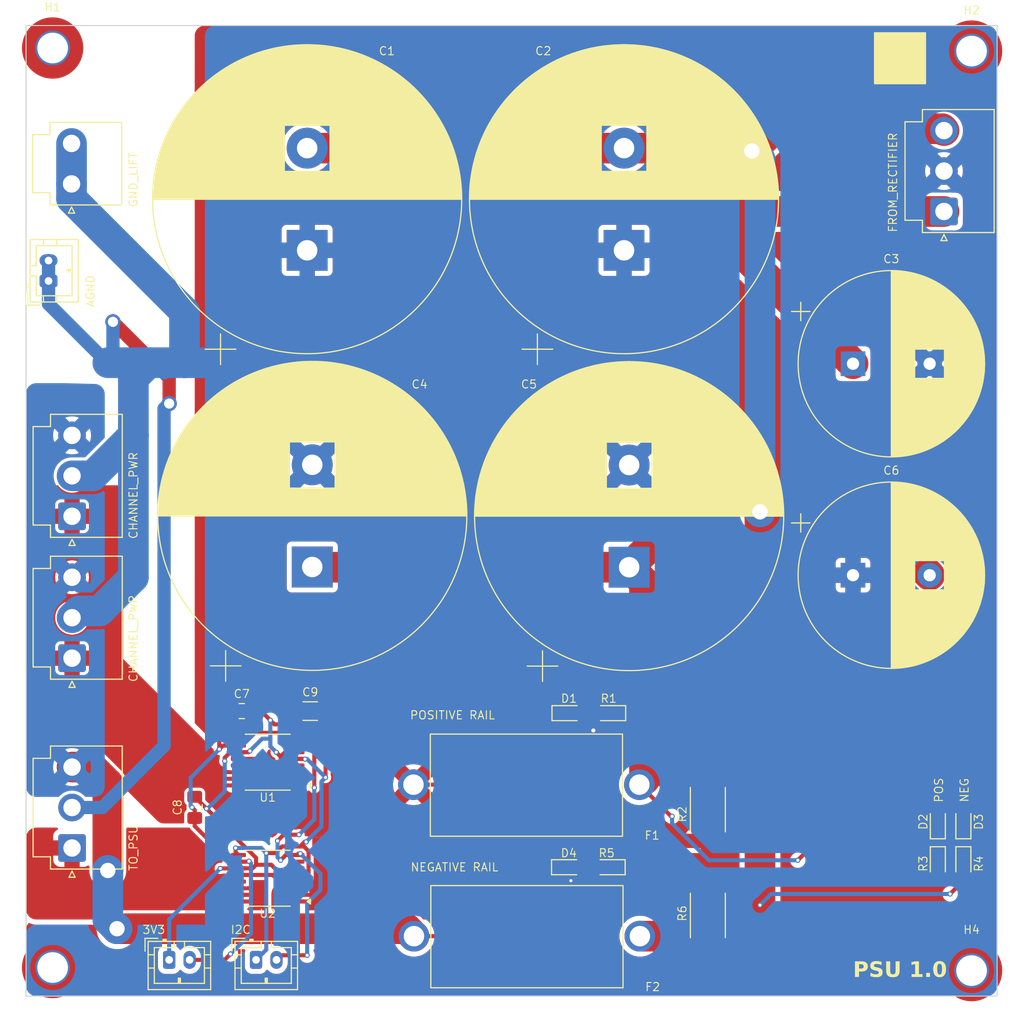
<source format=kicad_pcb>
(kicad_pcb (version 20240108) (generator "pcbnew") (generator_version "8.0")
  (layers (0 "F.Cu" signal) (31 "B.Cu" signal) (34 "B.Paste" user) (35 "F.Paste" user) (36 "B.SilkS" user "B.Silkscreen") (37 "F.SilkS" user "F.Silkscreen") (38 "B.Mask" user) (39 "F.Mask" user) (44 "Edge.Cuts" user))
  (net 0 "")
  (net 1 "PGND")
  (net 2 "Net-(D3-K)")
  (net 3 "Net-(D4-K)")
  (net 4 "VP1")
  (net 5 "VM1")
  (net 6 "VPOUT")
  (net 8 "SDA")
  (net 9 "SCL")
  (net 10 "3V3")
  (net 12 "GND")
  (net 13 "VPOUT_PSU")
  (net 14 "VPOUT_CHAN")
  (net 15 "VNOUT")
  (net 16 "Net-(D1-K)")
  (net 17 "Net-(D2-K)")
  (footprint "Capacitor_THT:CP_Radial_D18.0mm_P7.50mm" (layer "F.Cu") (at 224.4 77.1)
    (property "Reference" "C3" (at 3.75 -10.25 0) (layer "F.SilkS") (effects (font (size 0.8 0.8) (thickness 0.1))))
    (property "Value" "3300u 50V")
    (pad "1" thru_hole rect (at 0 0) (size 2.4 2.4) (drill 1.2) (layers "*.Cu" "*.Mask") (net 4 "VP1"))
    (pad "2" thru_hole circle (at 7.5 0) (size 2.4 2.4) (drill 1.2) (layers "*.Cu" "*.Mask") (net 1 "PGND"))
  )
  (footprint "MountingHole:MountingHole_3mm_Pad_TopOnly" (layer "F.Cu") (at 236 46.5)
    (property "Reference" "H2" (at 0 -4 0) (layer "F.SilkS") (effects (font (size 0.8 0.8) (thickness 0.1))))
    (property "Value" "MountingHole")
    (pad "1" thru_hole circle (at 0 0) (size 3.4 3.4) (drill 3) (layers "*.Cu" "*.Mask"))
    (pad "1" connect circle (at 0 0) (size 6 6) (layers "F.Cu" "F.Mask"))
  )
  (footprint "LED_SMD:LED_0603_1608Metric_Pad1.05x0.95mm_HandSolder" (layer "F.Cu") (at 232.7 121.9375 90)
    (property "Reference" "D2" (at 0 -1.43 90) (layer "F.SilkS") (effects (font (size 0.8 0.8) (thickness 0.1))))
    (property "Value" "YELLOW")
    (pad "1" smd roundrect (at -0.875 0 90) (size 1.05 0.95) (layers "F.Cu" "F.Paste" "F.Mask") (net 17 "Net-(D2-K)"))
    (pad "2" smd roundrect (at 0.875 0 90) (size 1.05 0.95) (layers "F.Cu" "F.Paste" "F.Mask") (net 4 "VP1"))
  )
  (footprint "Capacitor_THT:CP_Radial_D30.0mm_P10.00mm_SnapIn" (layer "F.Cu") (at 202.5 97.017934 90)
    (property "Reference" "C5" (at 17.9 -9.8 0) (layer "F.SilkS") (effects (font (size 0.8 0.8) (thickness 0.1))))
    (property "Value" "15000U")
    (pad "1" thru_hole rect (at 0 0 90) (size 4 4) (drill 2) (layers "*.Cu" "*.Mask") (net 4 "VP1"))
    (pad "2" thru_hole circle (at 10 0 90) (size 4 4) (drill 2) (layers "*.Cu" "*.Mask") (net 1 "PGND"))
  )
  (footprint "Connector_JST:JST_VH_B3P-VH_1x03_P3.96mm_Vertical" (layer "F.Cu") (at 148 92.0325 90)
    (property "Reference" "J4" (hide yes))
    (property "Value" "Conn_01x03_Male")
    (pad "1" thru_hole roundrect (at 0 0 90) (size 2.7 2.7) (drill 1.7) (layers "*.Cu" "*.Mask") (roundrect_rratio 0.09259296296) (net 14 "VPOUT_CHAN"))
    (pad "2" thru_hole circle (at 3.96 0 90) (size 2.7 2.7) (drill 1.7) (layers "*.Cu" "*.Mask") (net 1 "PGND"))
    (pad "3" thru_hole circle (at 7.92 0 90) (size 2.7 2.7) (drill 1.7) (layers "*.Cu" "*.Mask") (net 15 "VNOUT"))
  )
  (footprint "LED_SMD:LED_0603_1608Metric_Pad1.05x0.95mm_HandSolder" (layer "F.Cu") (at 200.45 126.38 180)
    (property "Reference" "R5" (at 0.15 1.38 0) (layer "F.SilkS") (effects (font (size 0.8 0.8) (thickness 0.1))))
    (property "Value" "16K")
    (pad "1" smd roundrect (at -0.875 0 180) (size 1.05 0.95) (layers "F.Cu" "F.Paste" "F.Mask") (net 3 "Net-(D4-K)"))
    (pad "2" smd roundrect (at 0.875 0 180) (size 1.05 0.95) (layers "F.Cu" "F.Paste" "F.Mask") (net 15 "VNOUT"))
  )
  (footprint "Connector_JST:JST_PH_B2B-PH-K_1x02_P2.00mm_Vertical" (layer "F.Cu") (at 157.5 135.45)
    (property "Reference" "J7" (hide yes))
    (property "Value" "Conn_01x02_Pin")
    (pad "1" thru_hole roundrect (at 0 0) (size 1.2 1.75) (drill 0.75) (layers "*.Cu" "*.Mask") (roundrect_rratio 0.208333) (net 12 "GND"))
    (pad "2" thru_hole oval (at 2 0) (size 1.2 1.75) (drill 0.75) (layers "*.Cu" "*.Mask") (net 10 "3V3"))
  )
  (footprint "MountingHole:MountingHole_3mm_Pad_TopOnly" (layer "F.Cu") (at 146.1 136.2)
    (property "Reference" "H3" (hide yes))
    (property "Value" "MountingHole")
    (pad "1" thru_hole circle (at 0 0) (size 3.4 3.4) (drill 3) (layers "*.Cu" "*.Mask"))
    (pad "1" connect circle (at 0 0) (size 6 6) (layers "F.Cu" "F.Mask"))
  )
  (footprint "Resistor_SMD:R_2512_6332Metric_Pad1.40x3.35mm_HandSolder" (layer "F.Cu") (at 210.2 120.75 -90)
    (property "Reference" "R2" (at 0.45 2.5 90) (layer "F.SilkS") (effects (font (size 0.8 0.8) (thickness 0.1))))
    (property "Value" "1.5K 2W")
    (pad "1" smd roundrect (at -3.05 0 270) (size 1.4 3.35) (layers "F.Cu" "F.Paste" "F.Mask") (roundrect_rratio 0.178571) (net 4 "VP1"))
    (pad "2" smd roundrect (at 3.05 0 270) (size 1.4 3.35) (layers "F.Cu" "F.Paste" "F.Mask") (roundrect_rratio 0.178571) (net 1 "PGND"))
  )
  (footprint "Capacitor_THT:CP_Radial_D30.0mm_P10.00mm_SnapIn" (layer "F.Cu") (at 202 66 90)
    (property "Reference" "C2" (at 19.505 -7.9 0) (layer "F.SilkS") (effects (font (size 0.8 0.8) (thickness 0.1))))
    (property "Value" "15000U")
    (pad "1" thru_hole rect (at 0 0 90) (size 4 4) (drill 2) (layers "*.Cu" "*.Mask") (net 1 "PGND"))
    (pad "2" thru_hole circle (at 10 0 90) (size 4 4) (drill 2) (layers "*.Cu" "*.Mask") (net 5 "VM1"))
  )
  (footprint "Package_SO:TSSOP-16_4.4x5mm_P0.65mm" (layer "F.Cu") (at 167.1375 127.4625 180)
    (property "Reference" "U2" (at 0 -3.45 0) (layer "F.SilkS") (effects (font (size 0.8 0.8) (thickness 0.1))))
    (property "Value" "INA260")
    (pad "1" smd roundrect (at -2.8625 -2.275 180) (size 1.475 0.4) (layers "F.Cu" "F.Paste" "F.Mask") (net 6 "VPOUT"))
    (pad "2" smd roundrect (at -2.8625 -1.625 180) (size 1.475 0.4) (layers "F.Cu" "F.Paste" "F.Mask") (net 6 "VPOUT"))
    (pad "3" smd roundrect (at -2.8625 -0.975 180) (size 1.475 0.4) (layers "F.Cu" "F.Paste" "F.Mask") (net 6 "VPOUT"))
    (pad "4" smd roundrect (at -2.8625 -0.325 180) (size 1.475 0.4) (layers "F.Cu" "F.Paste" "F.Mask") (net 9 "SCL"))
    (pad "5" smd roundrect (at -2.8625 0.325 180) (size 1.475 0.4) (layers "F.Cu" "F.Paste" "F.Mask") (net 12 "GND"))
    (pad "6" smd roundrect (at -2.8625 0.975 180) (size 1.475 0.4) (layers "F.Cu" "F.Paste" "F.Mask") (net 12 "GND"))
    (pad "7" smd roundrect (at -2.8625 1.625 180) (size 1.475 0.4) (layers "F.Cu" "F.Paste" "F.Mask"))
    (pad "8" smd roundrect (at -2.8625 2.275 180) (size 1.475 0.4) (layers "F.Cu" "F.Paste" "F.Mask") (net 8 "SDA"))
    (pad "9" smd roundrect (at 2.8625 2.275 180) (size 1.475 0.4) (layers "F.Cu" "F.Paste" "F.Mask") (net 9 "SCL"))
    (pad "10" smd roundrect (at 2.8625 1.625 180) (size 1.475 0.4) (layers "F.Cu" "F.Paste" "F.Mask") (net 10 "3V3"))
    (pad "11" smd roundrect (at 2.8625 0.975 180) (size 1.475 0.4) (layers "F.Cu" "F.Paste" "F.Mask") (net 12 "GND"))
    (pad "12" smd roundrect (at 2.8625 0.325 180) (size 1.475 0.4) (layers "F.Cu" "F.Paste" "F.Mask") (net 6 "VPOUT"))
    (pad "13" smd roundrect (at 2.8625 -0.325 180) (size 1.475 0.4) (layers "F.Cu" "F.Paste" "F.Mask"))
    (pad "14" smd roundrect (at 2.8625 -0.975 180) (size 1.475 0.4) (layers "F.Cu" "F.Paste" "F.Mask") (net 13 "VPOUT_PSU"))
    (pad "15" smd roundrect (at 2.8625 -1.625 180) (size 1.475 0.4) (layers "F.Cu" "F.Paste" "F.Mask") (net 13 "VPOUT_PSU"))
    (pad "16" smd roundrect (at 2.8625 -2.275 180) (size 1.475 0.4) (layers "F.Cu" "F.Paste" "F.Mask") (net 13 "VPOUT_PSU"))
  )
  (footprint "Connector_JST:JST_VH_B3P-VH_1x03_P3.96mm_Vertical" (layer "F.Cu") (at 148 124.5 90)
    (property "Reference" "J6" (hide yes))
    (property "Value" "Conn_01x03_Male")
    (pad "1" thru_hole roundrect (at 0 0 90) (size 2.7 2.7) (drill 1.7) (layers "*.Cu" "*.Mask") (roundrect_rratio 0.09259296296) (net 13 "VPOUT_PSU"))
    (pad "2" thru_hole circle (at 3.96 0 90) (size 2.7 2.7) (drill 1.7) (layers "*.Cu" "*.Mask") (net 1 "PGND"))
    (pad "3" thru_hole circle (at 7.92 0 90) (size 2.7 2.7) (drill 1.7) (layers "*.Cu" "*.Mask") (net 15 "VNOUT"))
  )
  (footprint "LED_SMD:LED_0603_1608Metric_Pad1.05x0.95mm_HandSolder" (layer "F.Cu") (at 196.6125 111.3)
    (property "Reference" "D1" (at 0 -1.43 0) (layer "F.SilkS") (effects (font (size 0.8 0.8) (thickness 0.1))))
    (property "Value" "YELLOW")
    (pad "1" smd roundrect (at -0.875 0) (size 1.05 0.95) (layers "F.Cu" "F.Paste" "F.Mask") (net 16 "Net-(D1-K)"))
    (pad "2" smd roundrect (at 0.875 0) (size 1.05 0.95) (layers "F.Cu" "F.Paste" "F.Mask") (net 6 "VPOUT"))
  )
  (footprint "LED_SMD:LED_0603_1608Metric_Pad1.05x0.95mm_HandSolder" (layer "F.Cu") (at 235.2 126.0375 -90)
    (property "Reference" "R4" (at 0 -1.5 90) (layer "F.SilkS") (effects (font (size 0.8 0.8) (thickness 0.1))))
    (property "Value" "16K")
    (pad "1" smd roundrect (at -0.875 0 270) (size 1.05 0.95) (layers "F.Cu" "F.Paste" "F.Mask") (net 2 "Net-(D3-K)"))
    (pad "2" smd roundrect (at 0.875 0 270) (size 1.05 0.95) (layers "F.Cu" "F.Paste" "F.Mask") (net 5 "VM1"))
  )
  (footprint "LED_SMD:LED_0603_1608Metric_Pad1.05x0.95mm_HandSolder" (layer "F.Cu") (at 235.2 121.9375 90)
    (property "Reference" "D3" (at 0 1.5 90) (layer "F.SilkS") (effects (font (size 0.8 0.8) (thickness 0.1))))
    (property "Value" "BLUE")
    (pad "1" smd roundrect (at -0.875 0 90) (size 1.05 0.95) (layers "F.Cu" "F.Paste" "F.Mask") (net 2 "Net-(D3-K)"))
    (pad "2" smd roundrect (at 0.875 0 90) (size 1.05 0.95) (layers "F.Cu" "F.Paste" "F.Mask") (net 1 "PGND"))
  )
  (footprint "Capacitor_SMD:C_0805_2012Metric_Pad1.18x1.45mm_HandSolder" (layer "F.Cu") (at 164.6 111.1)
    (property "Reference" "C7" (at 0 -1.68 0) (layer "F.SilkS") (effects (font (size 0.8 0.8) (thickness 0.1))))
    (property "Value" "0.1u")
    (pad "1" smd roundrect (at -1.0375 0) (size 1.175 1.45) (layers "F.Cu" "F.Paste" "F.Mask") (roundrect_rratio 0.212766) (net 10 "3V3"))
    (pad "2" smd roundrect (at 1.0375 0) (size 1.175 1.45) (layers "F.Cu" "F.Paste" "F.Mask") (roundrect_rratio 0.212766) (net 12 "GND"))
  )
  (footprint "Connector_JST:JST_PH_B2B-PH-K_1x02_P2.00mm_Vertical" (layer "F.Cu") (at 145.7 69 90)
    (property "Reference" "J3" (hide yes))
    (property "Value" "Conn_01x02_Pin")
    (pad "1" thru_hole roundrect (at 0 0 90) (size 1.2 1.75) (drill 0.75) (layers "*.Cu" "*.Mask") (roundrect_rratio 0.208333) (net 1 "PGND"))
    (pad "2" thru_hole oval (at 2 0 90) (size 1.2 1.75) (drill 0.75) (layers "*.Cu" "*.Mask") (net 1 "PGND"))
  )
  (footprint "LED_SMD:LED_0603_1608Metric_Pad1.05x0.95mm_HandSolder" (layer "F.Cu") (at 196.5675 126.38)
    (property "Reference" "D4" (at 0.0325 -1.38 0) (layer "F.SilkS") (effects (font (size 0.8 0.8) (thickness 0.1))))
    (property "Value" "BLUE")
    (pad "1" smd roundrect (at -0.875 0) (size 1.05 0.95) (layers "F.Cu" "F.Paste" "F.Mask") (net 3 "Net-(D4-K)"))
    (pad "2" smd roundrect (at 0.875 0) (size 1.05 0.95) (layers "F.Cu" "F.Paste" "F.Mask") (net 1 "PGND"))
  )
  (footprint "Capacitor_THT:CP_Radial_D30.0mm_P10.00mm_SnapIn" (layer "F.Cu") (at 171 66 90)
    (property "Reference" "C1" (at 19.505 7.8 0) (layer "F.SilkS") (effects (font (size 0.8 0.8) (thickness 0.1))))
    (property "Value" "15000U")
    (pad "1" thru_hole rect (at 0 0 90) (size 4 4) (drill 2) (layers "*.Cu" "*.Mask") (net 1 "PGND"))
    (pad "2" thru_hole circle (at 10 0 90) (size 4 4) (drill 2) (layers "*.Cu" "*.Mask") (net 5 "VM1"))
  )
  (footprint "Connector_JST:JST_PH_B2B-PH-K_1x02_P2.00mm_Vertical" (layer "F.Cu") (at 166 135.45)
    (property "Reference" "J8" (hide yes))
    (property "Value" "Conn_01x02_Male")
    (pad "1" thru_hole roundrect (at 0 0) (size 1.2 1.75) (drill 0.75) (layers "*.Cu" "*.Mask") (roundrect_rratio 0.208333) (net 9 "SCL"))
    (pad "2" thru_hole oval (at 2 0) (size 1.2 1.75) (drill 0.75) (layers "*.Cu" "*.Mask") (net 8 "SDA"))
  )
  (footprint "Connector_JST:JST_VH_B2P-VH-B_1x02_P3.96mm_Vertical" (layer "F.Cu") (at 147.95 59.5 90)
    (property "Reference" "J1" (hide yes))
    (property "Value" "Conn_01x02_Male")
    (pad "1" thru_hole roundrect (at 0 0 90) (size 2.7 2.7) (drill 1.7) (layers "*.Cu" "*.Mask") (roundrect_rratio 0.092593) (net 1 "PGND"))
    (pad "2" thru_hole circle (at 3.96 0 90) (size 2.7 2.7) (drill 1.7) (layers "*.Cu" "*.Mask") (net 1 "PGND"))
  )
  (footprint "Capacitor_SMD:C_0805_2012Metric_Pad1.18x1.45mm_HandSolder" (layer "F.Cu") (at 160 120.525 90)
    (property "Reference" "C8" (at 0 -1.68 90) (layer "F.SilkS") (effects (font (size 0.8 0.8) (thickness 0.1))))
    (property "Value" "0.1u")
    (pad "1" smd roundrect (at -1.0375 0 90) (size 1.175 1.45) (layers "F.Cu" "F.Paste" "F.Mask") (roundrect_rratio 0.212766) (net 10 "3V3"))
    (pad "2" smd roundrect (at 1.0375 0 90) (size 1.175 1.45) (layers "F.Cu" "F.Paste" "F.Mask") (roundrect_rratio 0.212766) (net 12 "GND"))
  )
  (footprint "Custom:Aliexpress Fuse 5x20" (layer "F.Cu") (at 192.45 120.85 180)
    (property "Reference" "F1" (at -12.3 -2.42 0) (layer "F.SilkS") (effects (font (size 0.8 0.8) (thickness 0.1))))
    (property "Value" "Fuse_Small")
    (pad "1" thru_hole circle (at -11.05 2.55 180) (size 3 3) (drill 2) (layers "*.Cu" "*.Mask") (net 4 "VP1"))
    (pad "2" thru_hole circle (at 11.05 2.55 180) (size 3 3) (drill 2) (layers "*.Cu" "*.Mask") (net 6 "VPOUT"))
  )
  (footprint "Capacitor_THT:CP_Radial_D18.0mm_P7.50mm" (layer "F.Cu") (at 224.4 97.8)
    (property "Reference" "C6" (at 3.75 -10.25 0) (layer "F.SilkS") (effects (font (size 0.8 0.8) (thickness 0.1))))
    (property "Value" "3300u 50V")
    (pad "1" thru_hole rect (at 0 0) (size 2.4 2.4) (drill 1.2) (layers "*.Cu" "*.Mask") (net 1 "PGND"))
    (pad "2" thru_hole circle (at 7.5 0) (size 2.4 2.4) (drill 1.2) (layers "*.Cu" "*.Mask") (net 5 "VM1"))
  )
  (footprint "Connector_JST:JST_VH_B3P-VH_1x03_P3.96mm_Vertical" (layer "F.Cu") (at 148 105.92 90)
    (property "Reference" "J5" (hide yes))
    (property "Value" "Conn_01x03_Male")
    (pad "1" thru_hole roundrect (at 0 0 90) (size 2.7 2.7) (drill 1.7) (layers "*.Cu" "*.Mask") (roundrect_rratio 0.09259296296) (net 14 "VPOUT_CHAN"))
    (pad "2" thru_hole circle (at 3.96 0 90) (size 2.7 2.7) (drill 1.7) (layers "*.Cu" "*.Mask") (net 1 "PGND"))
    (pad "3" thru_hole circle (at 7.92 0 90) (size 2.7 2.7) (drill 1.7) (layers "*.Cu" "*.Mask") (net 15 "VNOUT"))
  )
  (footprint "Resistor_SMD:R_2512_6332Metric_Pad1.40x3.35mm_HandSolder" (layer "F.Cu") (at 210.2 131.1 -90)
    (property "Reference" "R6" (at -0.2 2.5 90) (layer "F.SilkS") (effects (font (size 0.8 0.8) (thickness 0.1))))
    (property "Value" "1.5K 2W")
    (pad "1" smd roundrect (at -3.05 0 270) (size 1.4 3.35) (layers "F.Cu" "F.Paste" "F.Mask") (roundrect_rratio 0.178571) (net 1 "PGND"))
    (pad "2" smd roundrect (at 3.05 0 270) (size 1.4 3.35) (layers "F.Cu" "F.Paste" "F.Mask") (roundrect_rratio 0.178571) (net 5 "VM1"))
  )
  (footprint "MountingHole:MountingHole_3mm_Pad_TopOnly" (layer "F.Cu") (at 236 136.5)
    (property "Reference" "H4" (at 0 -4 0) (layer "F.SilkS") (effects (font (size 0.8 0.8) (thickness 0.1))))
    (property "Value" "MountingHole")
    (pad "1" thru_hole circle (at 0 0) (size 3.4 3.4) (drill 3) (layers "*.Cu" "*.Mask"))
    (pad "1" connect circle (at 0 0) (size 6 6) (layers "F.Cu" "F.Mask"))
  )
  (footprint "Capacitor_SMD:C_1206_3216Metric_Pad1.33x1.80mm_HandSolder" (layer "F.Cu") (at 171.3 111.1)
    (property "Reference" "C9" (at 0 -1.85 0) (layer "F.SilkS") (effects (font (size 0.8 0.8) (thickness 0.1))))
    (property "Value" "10u")
    (pad "1" smd roundrect (at -1.5625 0) (size 1.325 1.8) (layers "F.Cu" "F.Paste" "F.Mask") (roundrect_rratio 0.188679) (net 10 "3V3"))
    (pad "2" smd roundrect (at 1.5625 0) (size 1.325 1.8) (layers "F.Cu" "F.Paste" "F.Mask") (roundrect_rratio 0.188679) (net 12 "GND"))
  )
  (footprint "Connector_JST:JST_VH_B3P-VH_1x03_P3.96mm_Vertical" (layer "F.Cu") (at 233.3 62.2 90)
    (property "Reference" "J2" (hide yes))
    (property "Value" "Conn_01x03_Male")
    (pad "1" thru_hole roundrect (at 0 0 90) (size 2.7 2.7) (drill 1.7) (layers "*.Cu" "*.Mask") (roundrect_rratio 0.092593) (net 4 "VP1"))
    (pad "2" thru_hole circle (at 3.96 0 90) (size 2.7 2.7) (drill 1.7) (layers "*.Cu" "*.Mask") (net 1 "PGND"))
    (pad "3" thru_hole circle (at 7.92 0 90) (size 2.7 2.7) (drill 1.7) (layers "*.Cu" "*.Mask") (net 5 "VM1"))
  )
  (footprint "Custom:Aliexpress Fuse 5x20" (layer "F.Cu") (at 192.5 135.68 180)
    (property "Reference" "F2" (at -12.3 -2.42 0) (layer "F.SilkS") (effects (font (size 0.8 0.8) (thickness 0.1))))
    (property "Value" "Fuse_Small")
    (pad "1" thru_hole circle (at -11.05 2.55 180) (size 3 3) (drill 2) (layers "*.Cu" "*.Mask") (net 5 "VM1"))
    (pad "2" thru_hole circle (at 11.05 2.55 180) (size 3 3) (drill 2) (layers "*.Cu" "*.Mask") (net 15 "VNOUT"))
  )
  (footprint "LED_SMD:LED_0603_1608Metric_Pad1.05x0.95mm_HandSolder" (layer "F.Cu") (at 200.5 111.3 180)
    (property "Reference" "R1" (at 0 1.43 0) (layer "F.SilkS") (effects (font (size 0.8 0.8) (thickness 0.1))))
    (property "Value" "16K")
    (pad "1" smd roundrect (at -0.875 0 180) (size 1.05 0.95) (layers "F.Cu" "F.Paste" "F.Mask") (net 16 "Net-(D1-K)"))
    (pad "2" smd roundrect (at 0.875 0 180) (size 1.05 0.95) (layers "F.Cu" "F.Paste" "F.Mask") (net 1 "PGND"))
  )
  (footprint "Package_SO:TSSOP-16_4.4x5mm_P0.65mm" (layer "F.Cu") (at 167.1375 116.1 180)
    (property "Reference" "U1" (at 0 -3.45 0) (layer "F.SilkS") (effects (font (size 0.8 0.8) (thickness 0.1))))
    (property "Value" "INA260")
    (pad "1" smd roundrect (at -2.8625 -2.275 180) (size 1.475 0.4) (layers "F.Cu" "F.Paste" "F.Mask") (net 6 "VPOUT"))
    (pad "2" smd roundrect (at -2.8625 -1.625 180) (size 1.475 0.4) (layers "F.Cu" "F.Paste" "F.Mask") (net 6 "VPOUT"))
    (pad "3" smd roundrect (at -2.8625 -0.975 180) (size 1.475 0.4) (layers "F.Cu" "F.Paste" "F.Mask") (net 6 "VPOUT"))
    (pad "4" smd roundrect (at -2.8625 -0.325 180) (size 1.475 0.4) (layers "F.Cu" "F.Paste" "F.Mask") (net 12 "GND"))
    (pad "5" smd roundrect (at -2.8625 0.325 180) (size 1.475 0.4) (layers "F.Cu" "F.Paste" "F.Mask") (net 9 "SCL"))
    (pad "6" smd roundrect (at -2.8625 0.975 180) (size 1.475 0.4) (layers "F.Cu" "F.Paste" "F.Mask") (net 12 "GND"))
    (pad "7" smd roundrect (at -2.8625 1.625 180) (size 1.475 0.4) (layers "F.Cu" "F.Paste" "F.Mask"))
    (pad "8" smd roundrect (at -2.8625 2.275 180) (size 1.475 0.4) (layers "F.Cu" "F.Paste" "F.Mask") (net 8 "SDA"))
    (pad "9" smd roundrect (at 2.8625 2.275 180) (size 1.475 0.4) (layers "F.Cu" "F.Paste" "F.Mask") (net 9 "SCL"))
    (pad "10" smd roundrect (at 2.8625 1.625 180) (size 1.475 0.4) (layers "F.Cu" "F.Paste" "F.Mask") (net 10 "3V3"))
    (pad "11" smd roundrect (at 2.8625 0.975 180) (size 1.475 0.4) (layers "F.Cu" "F.Paste" "F.Mask") (net 12 "GND"))
    (pad "12" smd roundrect (at 2.8625 0.325 180) (size 1.475 0.4) (layers "F.Cu" "F.Paste" "F.Mask") (net 6 "VPOUT"))
    (pad "13" smd roundrect (at 2.8625 -0.325 180) (size 1.475 0.4) (layers "F.Cu" "F.Paste" "F.Mask"))
    (pad "14" smd roundrect (at 2.8625 -0.975 180) (size 1.475 0.4) (layers "F.Cu" "F.Paste" "F.Mask") (net 14 "VPOUT_CHAN"))
    (pad "15" smd roundrect (at 2.8625 -1.625 180) (size 1.475 0.4) (layers "F.Cu" "F.Paste" "F.Mask") (net 14 "VPOUT_CHAN"))
    (pad "16" smd roundrect (at 2.8625 -2.275 180) (size 1.475 0.4) (layers "F.Cu" "F.Paste" "F.Mask") (net 14 "VPOUT_CHAN"))
  )
  (footprint "Capacitor_THT:CP_Radial_D30.0mm_P10.00mm_SnapIn" (layer "F.Cu") (at 171.5 96.995 90)
    (property "Reference" "C4" (at 17.877066 10.5 0) (layer "F.SilkS") (effects (font (size 0.8 0.8) (thickness 0.1))))
    (property "Value" "15000U")
    (pad "1" thru_hole rect (at 0 0 90) (size 4 4) (drill 2) (layers "*.Cu" "*.Mask") (net 4 "VP1"))
    (pad "2" thru_hole circle (at 10 0 90) (size 4 4) (drill 2) (layers "*.Cu" "*.Mask") (net 1 "PGND"))
  )
  (footprint "LED_SMD:LED_0603_1608Metric_Pad1.05x0.95mm_HandSolder" (layer "F.Cu") (at 232.7 126.0375 -90)
    (property "Reference" "R3" (at 0 1.43 90) (layer "F.SilkS") (effects (font (size 0.8 0.8) (thickness 0.1))))
    (property "Value" "16K")
    (pad "1" smd roundrect (at -0.875 0 270) (size 1.05 0.95) (layers "F.Cu" "F.Paste" "F.Mask") (net 17 "Net-(D2-K)"))
    (pad "2" smd roundrect (at 0.875 0 270) (size 1.05 0.95) (layers "F.Cu" "F.Paste" "F.Mask") (net 1 "PGND"))
  )
  (footprint "MountingHole:MountingHole_3mm_Pad_TopOnly" (layer "F.Cu") (at 146.1 46.2)
    (property "Reference" "H1" (at 0 -4 0) (layer "F.SilkS") (effects (font (size 0.8 0.8) (thickness 0.1))))
    (property "Value" "MountingHole")
    (pad "1" thru_hole circle (at 0 0) (size 3.4 3.4) (drill 3) (layers "*.Cu" "*.Mask"))
    (pad "1" connect circle (at 0 0) (size 6 6) (layers "F.Cu" "F.Mask"))
  )
  (gr_rect (start 226.5 44.7) (end 231.5 49.7) (stroke (width 0.1)) (fill solid) (layer "F.SilkS"))
  (gr_line (start 238.5 139) (end 143.5 139) (stroke (width 0.1)) (layer "Edge.Cuts"))
  (gr_line (start 238.5 44) (end 238.5 139) (stroke (width 0.1)) (layer "Edge.Cuts"))
  (gr_line (start 143.5 44) (end 238.5 44) (stroke (width 0.1)) (layer "Edge.Cuts"))
  (gr_line (start 143.5 44) (end 143.5 139) (stroke (width 0.1)) (layer "Edge.Cuts"))
  (gr_text "CHANNEL_PWR" (at 154 90 90) (layer "F.SilkS") (effects (font (size 0.8 0.8) (thickness 0.1))))
  (gr_text "PSU 1.0" (at 224.4 136.5 0) (layer "F.SilkS") (effects (font (size 1.5 1.5) (thickness 0.3) (bold yes)) (justify left)))
  (gr_text "AGND" (at 149.8 70 90) (layer "F.SilkS") (effects (font (size 0.8 0.8) (thickness 0.1))))
  (gr_text "TO_PSU" (at 154 124.5 90) (layer "F.SilkS") (effects (font (size 0.8 0.8) (thickness 0.1))))
  (gr_text "3V3" (at 156 132.5 0) (layer "F.SilkS") (effects (font (size 0.8 0.8) (thickness 0.1))))
  (gr_text "I2C" (at 164.5 132.5 0) (layer "F.SilkS") (effects (font (size 0.8 0.8) (thickness 0.1))))
  (gr_text "POSITIVE RAIL" (at 181 111.5 0) (layer "F.SilkS") (effects (font (size 0.8 0.8) (thickness 0.1)) (justify left)))
  (gr_text "FROM_RECTIFIER" (at 228.3 64.3 90) (layer "F.SilkS") (effects (font (size 0.8 0.8) (thickness 0.1)) (justify left)))
  (gr_text "GND_LIFT" (at 154 59.1 90) (layer "F.SilkS") (effects (font (size 0.8 0.8) (thickness 0.1))))
  (gr_text "NEGATIVE RAIL" (at 181.066667 126.38 0) (layer "F.SilkS") (effects (font (size 0.8 0.8) (thickness 0.1)) (justify left)))
  (gr_text "POS" (at 232.8 118.8375 90) (layer "F.SilkS") (effects (font (size 0.8 0.8) (thickness 0.1))))
  (gr_text "CHANNEL_PWR" (at 154 104 90) (layer "F.SilkS") (effects (font (size 0.8 0.8) (thickness 0.1))))
  (gr_text "NEG\n" (at 235.3 118.8375 90) (layer "F.SilkS") (effects (font (size 0.8 0.8) (thickness 0.1))))
  (segment (start 199.5 111.3) (end 199.5 112.5) (width 0.4) (layer "F.Cu") (net 1))
  (segment (start 157.5 81) (end 157.5 78.5) (width 1.3) (layer "F.Cu") (net 1))
  (segment (start 157.5 78.5) (end 152 73) (width 1.3) (layer "F.Cu") (net 1))
  (segment (start 197.4425 127.0575) (end 196.8 127.7) (width 0.4) (layer "F.Cu") (net 1))
  (segment (start 199.5 112.5) (end 199 113) (width 0.4) (layer "F.Cu") (net 1))
  (segment (start 197.4425 126.38) (end 197.4425 127.0575) (width 0.4) (layer "F.Cu") (net 1))
  (via (at 196.8 127.7) (size 0.5) (drill 0.3) (layers "F.Cu" "B.Cu") (net 1))
  (via (at 199 113) (size 0.8) (drill 0.4) (layers "F.Cu" "B.Cu") (net 1))
  (via (at 152 73) (size 1.5) (drill 1) (layers "F.Cu" "B.Cu") (net 1))
  (via (at 157.5 81) (size 1.5) (drill 1) (layers "F.Cu" "B.Cu") (net 1))
  (segment (start 155.5 77) (end 151.5 77) (width 3) (layer "B.Cu") (net 1))
  (segment (start 157 81.5) (end 157.5 81) (width 1.3) (layer "B.Cu") (net 1))
  (segment (start 159 77) (end 171.5 77) (width 3) (layer "B.Cu") (net 1))
  (segment (start 158 77) (end 159 77) (width 3) (layer "B.Cu") (net 1))
  (segment (start 148 120.54) (end 150.96 120.54) (width 1.3) (layer "B.Cu") (net 1))
  (segment (start 152 76.5) (end 151.5 77) (width 1.3) (layer "B.Cu") (net 1))
  (segment (start 154 78.5) (end 154 84.1) (width 3) (layer "B.Cu") (net 1))
  (segment (start 155.5 77) (end 158 77) (width 3) (layer "B.Cu") (net 1))
  (segment (start 151.45 77) (end 145.7 71.25) (width 1.3) (layer "B.Cu") (net 1))
  (segment (start 147.95 55.54) (end 147.95 59.5) (width 3) (layer "B.Cu") (net 1))
  (segment (start 148.66 101.3) (end 148 101.96) (width 3) (layer "B.Cu") (net 1))
  (segment (start 150.7 101.3) (end 148.66 101.3) (width 3) (layer "B.Cu") (net 1))
  (segment (start 151.5 77) (end 151.45 77) (width 1.3) (layer "B.Cu") (net 1))
  (segment (start 150.96 120.54) (end 157 114.5) (width 1.3) (layer "B.Cu") (net 1))
  (segment (start 154 98) (end 150.7 101.3) (width 3) (layer "B.Cu") (net 1))
  (segment (start 147.95 60.95) (end 159 72) (width 3) (layer "B.Cu") (net 1))
  (segment (start 147.95 59.5) (end 147.95 60.95) (width 3) (layer "B.Cu") (net 1))
  (segment (start 145.7 71.25) (end 145.7 67) (width 1.3) (layer "B.Cu") (net 1))
  (segment (start 152 73) (end 152 76.5) (width 1.3) (layer "B.Cu") (net 1))
  (segment (start 154 84.1) (end 154 98) (width 3) (layer "B.Cu") (net 1))
  (segment (start 157 78) (end 158 77) (width 1.3) (layer "B.Cu") (net 1))
  (segment (start 154 84.1) (end 150.0275 88.0725) (width 3) (layer "B.Cu") (net 1))
  (segment (start 150.0275 88.0725) (end 148 88.0725) (width 3) (layer "B.Cu") (net 1))
  (segment (start 157 114.5) (end 157 81.5) (width 1.3) (layer "B.Cu") (net 1))
  (segment (start 155.5 77) (end 154 78.5) (width 3) (layer "B.Cu") (net 1))
  (segment (start 159 72) (end 159 77) (width 3) (layer "B.Cu") (net 1))
  (segment (start 235.2 125.0375) (end 235.2 122.9625) (width 0.4) (layer "F.Cu") (net 2))
  (segment (start 196.5675 125.505) (end 195.6925 126.38) (width 0.4) (layer "F.Cu") (net 3))
  (segment (start 201.325 126.38) (end 200.45 125.505) (width 0.4) (layer "F.Cu") (net 3))
  (segment (start 200.45 125.505) (end 196.5675 125.505) (width 0.4) (layer "F.Cu") (net 3))
  (segment (start 212.35 65.05) (end 212.35 62.95) (width 3) (layer "F.Cu") (net 4))
  (segment (start 212.35 62.95) (end 206.4 68.9) (width 3) (layer "F.Cu") (net 4))
  (segment (start 230.675 122.9375) (end 221.7625 122.9375) (width 0.4) (layer "F.Cu") (net 4))
  (segment (start 209.2 117.8) (end 204 117.8) (width 1.3) (layer "F.Cu") (net 4))
  (segment (start 232.7 120.9125) (end 230.675 122.9375) (width 0.4) (layer "F.Cu") (net 4))
  (segment (start 206.4 68.9) (end 206.4 93.117934) (width 3) (layer "F.Cu") (net 4))
  (segment (start 213.1 62.2) (end 212.35 62.95) (width 3) (layer "F.Cu") (net 4))
  (segment (start 206.4 93.117934) (end 202.5 97.017934) (width 3) (layer "F.Cu") (net 4))
  (segment (start 202.5 97.017934) (end 204 98.517934) (width 3) (layer "F.Cu") (net 4))
  (segment (start 206.6 121.4) (end 206.7 121.4) (width 0.4) (layer "F.Cu") (net 4))
  (segment (start 221.7625 122.9375) (end 219 125.7) (width 0.4) (layer "F.Cu") (net 4))
  (segment (start 224.4 77.1) (end 212.35 65.05) (width 3) (layer "F.Cu") (net 4))
  (segment (start 202.5 97.017934) (end 171.522934 97.017934) (width 3) (layer "F.Cu") (net 4))
  (segment (start 204 98.517934) (end 204 117.8) (width 3) (layer "F.Cu") (net 4))
  (segment (start 233.3 62.2) (end 213.1 62.2) (width 3) (layer "F.Cu") (net 4))
  (segment (start 203.5 118.3) (end 206.6 121.4) (width 0.4) (layer "F.Cu") (net 4))
  (via (at 219 125.7) (size 0.5) (drill 0.3) (layers "F.Cu" "B.Cu") (net 4))
  (via (at 206.7 121.4) (size 0.5) (drill 0.3) (layers "F.Cu" "B.Cu") (net 4))
  (segment (start 210.3 125.7) (end 206.7 122.1) (width 0.4) (layer "B.Cu") (net 4))
  (segment (start 206.7 122.1) (end 206.7 121.4) (width 0.4) (layer "B.Cu") (net 4))
  (segment (start 219 125.7) (end 210.3 125.7) (width 0.4) (layer "B.Cu") (net 4))
  (segment (start 216.679996 54.1) (end 214.499998 56.279998) (width 3) (layer "F.Cu") (net 5))
  (segment (start 215.3 92.2) (end 215.3 130.092486) (width 3) (layer "F.Cu") (net 5))
  (segment (start 235.2 127.7) (end 233.9 129) (width 0.4) (layer "F.Cu") (net 5))
  (segment (start 214.22 56) (end 214.499998 56.279998) (width 3) (layer "F.Cu") (net 5))
  (segment (start 226.3 92.2) (end 215.3 92.2) (width 3) (layer "F.Cu") (net 5))
  (segment (start 233.3 54.28) (end 233.12 54.1) (width 3) (layer "F.Cu") (net 5))
  (segment (start 231.9 97.8) (end 226.3 92.2) (width 3) (layer "F.Cu") (net 5))
  (segment (start 235.2 127.0375) (end 235.2 127.7) (width 0.4) (layer "F.Cu") (net 5))
  (segment (start 215.3 130.092486) (end 212.262486 133.13) (width 3) (layer "F.Cu") (net 5))
  (segment (start 171 56) (end 202 56) (width 3) (layer "F.Cu") (net 5))
  (segment (start 233.12 54.1) (end 216.679996 54.1) (width 3) (layer "F.Cu") (net 5))
  (segment (start 202 56) (end 214.22 56) (width 3) (layer "F.Cu") (net 5))
  (segment (start 212.262486 133.13) (end 203.55 133.13) (width 3) (layer "F.Cu") (net 5))
  (via (at 215.3 130.092486) (size 0.5) (drill 0.3) (layers "F.Cu" "B.Cu") (net 5))
  (via (at 214.499998 56.279998) (size 3) (drill 1.5) (layers "F.Cu" "B.Cu") (net 5))
  (via (at 233.9 129) (size 0.5) (drill 0.3) (layers "F.Cu" "B.Cu") (net 5))
  (via (at 215.3 91.6) (size 3) (drill 1.5) (layers "F.Cu" "B.Cu") (net 5))
  (segment (start 216.392486 129) (end 215.3 130.092486) (width 0.4) (layer "B.Cu") (net 5))
  (segment (start 233.9 129) (end 216.392486 129) (width 0.4) (layer "B.Cu") (net 5))
  (segment (start 215.3 91.6) (end 215.3 57.08) (width 3) (layer "B.Cu") (net 5))
  (segment (start 215.3 57.08) (end 214.499998 56.279998) (width 3) (layer "B.Cu") (net 5))
  (segment (start 163.9 115.775) (end 166.775 115.775) (width 0.4) (layer "F.Cu") (net 6))
  (segment (start 168.9375 128.4375) (end 170 128.4375) (width 0.4) (layer "F.Cu") (net 6))
  (segment (start 190.220833 118.3) (end 197.220833 111.3) (width 0.4) (layer "F.Cu") (net 6))
  (segment (start 164.275 127.1375) (end 167.6375 127.1375) (width 0.4) (layer "F.Cu") (net 6))
  (segment (start 166.775 115.775) (end 167.3 116.3) (width 0.4) (layer "F.Cu") (net 6))
  (segment (start 167.6375 127.1375) (end 168.9375 128.4375) (width 0.4) (layer "F.Cu") (net 6))
  (segment (start 181.4 118.3) (end 190.220833 118.3) (width 0.4) (layer "F.Cu") (net 6))
  (segment (start 168.4 125.7) (end 168.9125 125.1875) (width 0.4) (layer "F.Cu") (net 8))
  (segment (start 170.1375 125.05) (end 170.329979 125.05) (width 0.4) (layer "F.Cu") (net 8))
  (segment (start 168.9125 125.1875) (end 170 125.1875) (width 0.4) (layer "F.Cu") (net 8))
  (segment (start 171 135) (end 168.45 135) (width 0.4) (layer "F.Cu") (net 8))
  (segment (start 170.2 123.2) (end 168.7 123.2) (width 0.4) (layer "F.Cu") (net 8))
  (segment (start 171.7 114.727622) (end 171.7 118.6) (width 0.4) (layer "F.Cu") (net 8))
  (segment (start 168.7 123.2) (end 168.1 123.8) (width 0.4) (layer "F.Cu") (net 8))
  (segment (start 170 113.825) (end 170.797378 113.825) (width 0.4) (layer "F.Cu") (net 8))
  (segment (start 170 125.1875) (end 170.1375 125.05) (width 0.4) (layer "F.Cu") (net 8))
  (segment (start 168.45 135) (end 168 135.45) (width 0.4) (layer "F.Cu") (net 8))
  (segment (start 170.797378 113.825) (end 171.7 114.727622) (width 0.4) (layer "F.Cu") (net 8))
  (via (at 170.329979 125.05) (size 0.5) (drill 0.3) (layers "F.Cu" "B.Cu") (net 8))
  (via (at 168.1 123.8) (size 0.5) (drill 0.3) (layers "F.Cu" "B.Cu") (net 8))
  (via (at 170.2 123.2) (size 0.5) (drill 0.3) (layers "F.Cu" "B.Cu") (net 8))
  (via (at 168.4 125.7) (size 0.5) (drill 0.3) (layers "F.Cu" "B.Cu") (net 8))
  (via (at 171.7 118.6) (size 0.5) (drill 0.3) (layers "F.Cu" "B.Cu") (net 8))
  (via (at 171 135) (size 0.5) (drill 0.3) (layers "F.Cu" "B.Cu") (net 8))
  (segment (start 172.3 127.020021) (end 172.3 128.6) (width 0.4) (layer "B.Cu") (net 8))
  (segment (start 170.2 123.2) (end 171.7 121.7) (width 0.4) (layer "B.Cu") (net 8))
  (segment (start 170.329979 125.05) (end 172.3 127.020021) (width 0.4) (layer "B.Cu") (net 8))
  (segment (start 171 129.9) (end 172.3 128.6) (width 0.4) (layer "B.Cu") (net 8))
  (segment (start 168.1 125.4) (end 168.4 125.7) (width 0.4) (layer "B.Cu") (net 8))
  (segment (start 171 135) (end 171 129.9) (width 0.4) (layer "B.Cu") (net 8))
  (segment (start 171.7 121.7) (end 171.7 118.6) (width 0.4) (layer "B.Cu") (net 8))
  (segment (start 168.1 123.8) (end 168.1 125.4) (width 0.4) (layer "B.Cu") (net 8))
  (segment (start 168.53995 124.35) (end 167.88995 125) (width 0.4) (layer "F.Cu") (net 9))
  (segment (start 164 124.5) (end 164 124.9125) (width 0.4) (layer "F.Cu") (net 9))
  (segment (start 170.684573 124.35) (end 170.3 124.35) (width 0.4) (layer "F.Cu") (net 9))
  (segment (start 170.75 123.9) (end 170.3 124.35) (width 0.4) (layer "F.Cu") (net 9))
  (segment (start 167.88995 125) (end 167 125) (width 0.4) (layer "F.Cu") (net 9))
  (segment (start 172.8 114.979094) (end 172.8 117.6) (width 0.4) (layer "F.Cu") (net 9))
  (segment (start 171.1375 124.802927) (end 170.684573 124.35) (width 0.4) (layer "F.Cu") (net 9))
  (segment (start 170.797378 127.7875) (end 171.1375 127.447378) (width 0.4) (layer "F.Cu") (net 9))
  (segment (start 169.625 115.775) (end 170.775 115.775) (width 0.4) (layer "F.Cu") (net 9))
  (segment (start 170.3 124.35) (end 168.53995 124.35) (width 0.4) (layer "F.Cu") (net 9))
  (segment (start 163.9 113.825) (end 164.5 113.225) (width 0.4) (layer "F.Cu") (net 9))
  (segment (start 164.5 113.225) (end 171.045906 113.225) (width 0.4) (layer "F.Cu") (net 9))
  (segment (start 170.775 115.775) (end 170.8 115.8) (width 0.4) (layer "F.Cu") (net 9))
  (segment (start 171.1375 127.447378) (end 171.1375 124.802927) (width 0.4) (layer "F.Cu") (net 9))
  (segment (start 171.045906 113.225) (end 172.8 114.979094) (width 0.4) (layer "F.Cu") (net 9))
  (segment (start 170 127.7875) (end 170.797378 127.7875) (width 0.4) (layer "F.Cu") (net 9))
  (segment (start 170.9 123.9) (end 170.75 123.9) (width 0.4) (layer "F.Cu") (net 9))
  (segment (start 164 124.9125) (end 164.275 125.1875) (width 0.4) (layer "F.Cu") (net 9))
  (via (at 170.9 123.9) (size 0.5) (drill 0.3) (layers "F.Cu" "B.Cu") (net 9))
  (via (at 164 124.5) (size 0.5) (drill 0.3) (layers "F.Cu" "B.Cu") (net 9))
  (via (at 172.8 117.6) (size 0.5) (drill 0.3) (layers "F.Cu" "B.Cu") (net 9))
  (via (at 167 125) (size 0.5) (drill 0.3) (layers "F.Cu" "B.Cu") (net 9))
  (via (at 170.8 115.8) (size 0.5) (drill 0.3) (layers "F.Cu" "B.Cu") (net 9))
  (segment (start 170.8 115.8) (end 171 115.8) (width 0.4) (layer "B.Cu") (net 9))
  (segment (start 172.4 122.4) (end 170.9 123.9) (width 0.4) (layer "B.Cu") (net 9))
  (segment (start 166.5 124.5) (end 164 124.5) (width 0.4) (layer "B.Cu") (net 9))
  (segment (start 167 134.45) (end 166 135.45) (width 0.4) (layer "B.Cu") (net 9))
  (segment (start 172.8 117.6) (end 172.4 118) (width 0.4) (layer "B.Cu") (net 9))
  (segment (start 167 125) (end 167 134.45) (width 0.4) (layer "B.Cu") (net 9))
  (segment (start 167 125) (end 166.5 124.5) (width 0.4) (layer "B.Cu") (net 9))
  (segment (start 171 115.8) (end 172.8 117.6) (width 0.4) (layer "B.Cu") (net 9))
  (segment (start 172.4 118) (end 172.4 122.4) (width 0.4) (layer "B.Cu") (net 9))
  (segment (start 163.5625 111.1) (end 162.40218 112.26032) (width 0.4) (layer "F.Cu") (net 10))
  (segment (start 169.7375 111.1) (end 168.6125 109.975) (width 0.4) (layer "F.Cu") (net 10))
  (segment (start 160 120.789102) (end 160 121.5625) (width 0.4) (layer "F.Cu") (net 10))
  (segment (start 160 122.357108) (end 160 121.5625) (width 0.4) (layer "F.Cu") (net 10))
  (segment (start 164.6875 109.975) (end 163.5625 111.1) (width 0.4) (layer "F.Cu") (net 10))
  (segment (start 159.735898 120.525) (end 160 120.789102) (width 0.4) (layer "F.Cu") (net 10))
  (segment (start 164.275 125.8375) (end 163.480392 125.8375) (width 0.4) (layer "F.Cu") (net 10))
  (segment (start 165.268368 125.8375) (end 165.314209 125.791659) (width 0.4) (layer "F.Cu") (net 10))
  (segment (start 168.6125 109.975) (end 164.6875 109.975) (width 0.4) (layer "F.Cu") (net 10))
  (segment (start 163.480392 125.8375) (end 160 122.357108) (width 0.4) (layer "F.Cu") (net 10))
  (segment (start 162.925 135.45) (end 163.5 134.875) (width 0.4) (layer "F.Cu") (net 10))
  (segment (start 162.40218 112.26032) (end 162.40218 114.835492) (width 0.4) (layer "F.Cu") (net 10))
  (segment (start 162.762672 114.475) (end 162.40218 114.835492) (width 0.4) (layer "F.Cu") (net 10))
  (segment (start 163.9 114.475) (end 162.762672 114.475) (width 0.4) (layer "F.Cu") (net 10))
  (segment (start 164.275 125.8375) (end 165.268368 125.8375) (width 0.4) (layer "F.Cu") (net 10))
  (segment (start 159.5 135.45) (end 162.925 135.45) (width 0.4) (layer "F.Cu") (net 10))
  (via (at 162.40218 114.835492) (size 0.5) (drill 0.3) (layers "F.Cu" "B.Cu") (net 10))
  (via (at 163.5 134.875) (size 0.5) (drill 0.3) (layers "F.Cu" "B.Cu") (net 10))
  (via (at 159.735898 120.525) (size 0.5) (drill 0.3) (layers "F.Cu" "B.Cu") (net 10))
  (via (at 165.314209 125.791659) (size 0.5) (drill 0.3) (layers "F.Cu" "B.Cu") (net 10))
  (segment (start 159.735898 120.525) (end 159.6 120.389102) (width 0.4) (layer "B.Cu") (net 10))
  (segment (start 165.5 132.875) (end 165.5 125.97745) (width 0.4) (layer "B.Cu") (net 10))
  (segment (start 159.6 120.389102) (end 159.6 117.637672) (width 0.4) (layer "B.Cu") (net 10))
  (segment (start 163.5 134.875) (end 165.5 132.875) (width 0.4) (layer "B.Cu") (net 10))
  (segment (start 165.5 125.97745) (end 165.314209 125.791659) (width 0.4) (layer "B.Cu") (net 10))
  (segment (start 159.6 117.637672) (end 162.40218 114.835492) (width 0.4) (layer "B.Cu") (net 10))
  (segment (start 165.657108 126.4875) (end 164.275 126.4875) (width 0.4) (layer "F.Cu") (net 12))
  (segment (start 168.4 115.997378) (end 168.827622 116.425) (width 0.4) (layer "F.Cu") (net 12))
  (segment (start 168.827622 115.125) (end 168.4 115.552622) (width 0.4) (layer "F.Cu") (net 12))
  (segment (start 165.122378 124.5875) (end 166 125.465122) (width 0.4) (layer "F.Cu") (net 12))
  (segment (start 169.625 115.125) (end 168.827622 115.125) (width 0.4) (layer "F.Cu") (net 12))
  (segment (start 164.275 115.125) (end 165.275 115.125) (width 0.4) (layer "F.Cu") (net 12))
  (segment (start 165.6375 111.1) (end 166.5 111.1) (width 0.4) (layer "F.Cu") (net 12))
  (segment (start 164.275 115.125) (end 163.477622 115.125) (width 0.4) (layer "F.Cu") (net 12))
  (segment (start 160 119.4875) (end 161.15625 120.64375) (width 0.4) (layer "F.Cu") (net 12))
  (segment (start 162.937618 115.665004) (end 162.937618 115.896713) (width 0.4) (layer "F.Cu") (net 12))
  (segment (start 166 126.144608) (end 165.657108 126.4875) (width 0.4) (layer "F.Cu") (net 12))
  (segment (start 162.5 126.5) (end 164.2625 126.5) (width 0.4) (layer "F.Cu") (net 12))
  (segment (start 163.477622 115.125) (end 162.937618 115.665004) (width 0.4) (layer "F.Cu") (net 12))
  (segment (start 167.8 112.4) (end 167.4 112) (width 0.4) (layer "F.Cu") (net 12))
  (segment (start 161.15625 120.64375) (end 165.1 124.5875) (width 0.4) (layer "F.Cu") (net 12))
  (segment (start 167.493136 126.144608) (end 168.486028 127.1375) (width 0.4) (layer "F.Cu") (net 12))
  (segment (start 165.1 124.5875) (end 165.122378 124.5875) (width 0.4) (layer "F.Cu") (net 12))
  (segment (start 164.2625 126.5) (end 164.275 126.4875) (width 0.4) (layer "F.Cu") (net 12))
  (segment (start 165.275 115.125) (end 165.4 115) (width 0.4) (layer "F.Cu") (net 12))
  (segment (start 166 126.144608) (end 167.493136 126.144608) (width 0.4) (layer "F.Cu") (net 12))
  (segment (start 172.8625 111.1) (end 171.5625 112.4) (width 0.4) (layer "F.Cu") (net 12))
  (segment (start 167.972378 115.125) (end 168.4 115.552622) (width 0.4) (layer "F.Cu") (net 12))
  (segment (start 168.4 115.552622) (end 168.4 115.997378) (width 0.4) (layer "F.Cu") (net 12))
  (segment (start 168.827622 116.425) (end 169.625 116.425) (width 0.4) (layer "F.Cu") (net 12))
  (segment (start 166 125.465122) (end 166 126.144608) (width 0.4) (layer "F.Cu") (net 12))
  (segment (start 166.5 111.1) (end 167.4 112) (width 0.4) (layer "F.Cu") (net 12))
  (segment (start 170 126.4875) (end 170 127.1375) (width 0.4) (layer "F.Cu") (net 12))
  (segment (start 171.5625 112.4) (end 167.8 112.4) (width 0.4) (layer "F.Cu") (net 12))
  (segment (start 168.486028 127.1375) (end 170 127.1375) (width 0.4) (layer "F.Cu") (net 12))
  (via (at 161.15625 120.64375) (size 0.5) (drill 0.3) (layers "F.Cu" "B.Cu") (net 12))
  (via (at 162.5 126.5) (size 0.5) (drill 0.3) (layers "F.Cu" "B.Cu") (net 12))
  (via (at 165.4 115) (size 0.5) (drill 0.3) (layers "F.Cu" "B.Cu") (net 12))
  (via (at 162.937618 116) (size 0.5) (drill 0.3) (layers "F.Cu" "B.Cu") (net 12))
  (via (at 167.4 112) (size 0.5) (drill 0.3) (layers "F.Cu" "B.Cu") (net 12))
  (via (at 167.972374 115.125) (size 0.5) (drill 0.3) (layers "F.Cu" "B.Cu") (net 12))
  (segment (start 166.6 113.8) (end 167.4 113.8) (width 0.4) (layer "B.Cu") (net 12))
  (segment (start 167.4 114.552626) (end 167.972374 115.125) (width 0.4) (layer "B.Cu") (net 12))
  (segment (start 162.937618 116) (end 162.937618 118.962382) (width 0.4) (layer "B.Cu") (net 12))
  (segment (start 162.937618 115.896713) (end 162.937618 116) (width 0.4) (layer "B.Cu") (net 12))
  (segment (start 167.4 113.8) (end 167.4 114.552626) (width 0.4) (layer "B.Cu") (net 12))
  (segment (start 165.4 115) (end 166.6 113.8) (width 0.4) (layer "B.Cu") (net 12))
  (segment (start 162.937618 118.962382) (end 161.20625 120.69375) (width 0.4) (layer "B.Cu") (net 12))
  (segment (start 167.4 112) (end 167.4 113.8) (width 0.4) (layer "B.Cu") (net 12))
  (segment (start 157.5 135.45) (end 157.5 131.5) (width 0.4) (layer "B.Cu") (net 12))
  (segment (start 157.5 131.5) (end 162.5 126.5) (width 0.4) (layer "B.Cu") (net 12))
  (segment (start 180.72 132.4) (end 152.4 132.4) (width 3) (layer "F.Cu") (net 15))
  (segment (start 148 116.58) (end 149.909188 116.58) (width 3) (layer "F.Cu") (net 15))
  (segment (start 194.7 133.13) (end 199.575 128.255) (width 0.4) (layer "F.Cu") (net 15))
  (segment (start 181.45 133.13) (end 180.72 132.4) (width 3) (layer "F.Cu") (net 15))
  (segment (start 181.45 133.13) (end 194.7 133.13) (width 0.4) (layer "F.Cu") (net 15))
  (segment (start 199.575 128.255) (end 199.575 126.38) (width 0.4) (layer "F.Cu") (net 15))
  (segment (start 151.499998 118.17081) (end 151.499998 126.699998) (width 3) (layer "F.Cu") (net 15))
  (segment (start 149.909188 116.58) (end 151.499998 118.17081) (width 3) (layer "F.Cu") (net 15))
  (via (at 152.4 132.4) (size 3) (drill 1.5) (layers "F.Cu" "B.Cu") (net 15))
  (via (at 151.499998 126.699998) (size 3) (drill 1.5) (layers "F.Cu" "B.Cu") (net 15))
  (segment (start 151.499998 131.499998) (end 151.499998 126.699998) (width 3) (layer "B.Cu") (net 15))
  (segment (start 152.4 132.4) (end 151.499998 131.499998) (width 3) (layer "B.Cu") (net 15))
  (segment (start 201.5 111.3) (end 200.4 110.2) (width 0.4) (layer "F.Cu") (net 16))
  (segment (start 196.8375 110.2) (end 195.7375 111.3) (width 0.4) (layer "F.Cu") (net 16))
  (segment (start 200.4 110.2) (end 196.8375 110.2) (width 0.4) (layer "F.Cu") (net 16))
  (segment (start 232.7 125.0375) (end 232.7 122.9625) (width 0.4) (layer "F.Cu") (net 17))
  (zone (net 14) (net_name "VPOUT_CHAN") (layer "F.Cu") (priority 5) (connect_pads (clearance 0.3)) (min_thickness 0.25) (fill yes (thermal_gap 0.5) (thermal_bridge_width 1.5))
    (polygon (pts (xy 144 89) (xy 153 89) (xy 153 107.5) (xy 152.5 108) (xy 145 108) (xy 144 107)))
  )
  (zone (net 1) (net_name "PGND") (layer "F.Cu") (connect_pads (clearance 0.5)) (min_thickness 0.25) (fill yes (thermal_gap 0.5) (thermal_bridge_width 1.5) (smoothing fillet) (radius 1))
    (polygon (pts (xy 239 50) (xy 239 132) (xy 239.2 137.5) (xy 239.2 140.5) (xy 142.5 140.5) (xy 142.5 131.5) (xy 160 131.5) (xy 160 52) (xy 160 41.5) (xy 239 41.5)))
  )
  (zone (net 14) (net_name "VPOUT_CHAN") (layer "F.Cu") (priority 4) (connect_pads (clearance 0.3)) (min_thickness 0.25) (fill yes (thermal_gap 0.5) (thermal_bridge_width 1.5) (smoothing fillet) (radius 1))
    (polygon (pts (xy 144.5 104) (xy 151 104) (xy 162 115) (xy 166.5 115) (xy 166.5 122.1) (xy 156.6 122.1) (xy 144.5 110)))
  )
  (zone (net 6) (net_name "VPOUT") (layer "F.Cu") (priority 1) (connect_pads (clearance 0.3)) (min_thickness 0.25) (fill yes (thermal_gap 0.5) (thermal_bridge_width 1.5) (smoothing fillet) (radius 1))
    (polygon (pts (xy 167 114.5) (xy 186 114.5) (xy 186 122.5) (xy 185 123.5) (xy 171.5 123.5) (xy 167 123.6)))
  )
  (zone (net 13) (net_name "VPOUT_PSU") (layer "F.Cu") (priority 3) (connect_pads (clearance 0.3)) (min_thickness 0.25) (fill yes (thermal_gap 0.5) (thermal_bridge_width 1.5) (smoothing fillet) (radius 1))
    (polygon (pts (xy 143 122.5) (xy 158.5 122.5) (xy 167 122.5) (xy 167 131.5) (xy 147 131.5) (xy 143 131.5)))
  )
  (zone (net 6) (net_name "VPOUT") (layer "F.Cu") (priority 2) (connect_pads (clearance 0.3)) (min_thickness 0.25) (fill yes (thermal_gap 0.5) (thermal_bridge_width 1.5) (smoothing fillet) (radius 1))
    (polygon (pts (xy 167.5 128) (xy 171.5 128) (xy 171.5 123.5) (xy 176 123) (xy 176.5 122.5) (xy 185.5 122.5) (xy 186 123) (xy 186 131.5) (xy 169 131.5) (xy 167.5 131.5)))
  )
  (zone (net 15) (net_name "VNOUT") (layer "B.Cu") (priority 6) (connect_pads (clearance 0.3)) (min_thickness 0.25) (fill yes (thermal_gap 0.5) (thermal_bridge_width 1.5) (smoothing fillet) (radius 1))
    (polygon (pts (xy 151.2 79.1) (xy 151.2 119.5) (xy 142 119.5) (xy 142 79) (xy 147 79)))
  )
  (zone (net 1) (net_name "PGND") (layer "B.Cu") (connect_pads (clearance 0.5)) (min_thickness 0.25) (fill yes (thermal_gap 0.5) (thermal_bridge_width 1.5) (smoothing fillet) (radius 1))
    (polygon (pts (xy 240.5 50.5) (xy 240 50.5) (xy 240 132.5) (xy 240.5 132.5) (xy 240.5 137.5) (xy 240.5 141) (xy 142.5 141) (xy 142.5 132) (xy 161 132) (xy 161 52.5) (xy 161 42) (xy 240.5 42)))
  )
)
</source>
